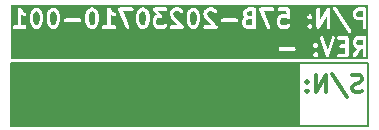
<source format=gbr>
%TF.GenerationSoftware,KiCad,Pcbnew,7.99.0-unknown-70ffd971e3~172~ubuntu22.04.1*%
%TF.CreationDate,2023-07-10T18:43:01-05:00*%
%TF.ProjectId,beepsensors,62656570-7365-46e7-936f-72732e6b6963,-*%
%TF.SameCoordinates,Original*%
%TF.FileFunction,Legend,Bot*%
%TF.FilePolarity,Positive*%
%FSLAX46Y46*%
G04 Gerber Fmt 4.6, Leading zero omitted, Abs format (unit mm)*
G04 Created by KiCad (PCBNEW 7.99.0-unknown-70ffd971e3~172~ubuntu22.04.1) date 2023-07-10 18:43:01*
%MOMM*%
%LPD*%
G01*
G04 APERTURE LIST*
%ADD10C,0.300000*%
%ADD11C,0.150000*%
G04 APERTURE END LIST*
D10*
X195666917Y-106854400D02*
X195452632Y-106925828D01*
X195452632Y-106925828D02*
X195095489Y-106925828D01*
X195095489Y-106925828D02*
X194952632Y-106854400D01*
X194952632Y-106854400D02*
X194881203Y-106782971D01*
X194881203Y-106782971D02*
X194809774Y-106640114D01*
X194809774Y-106640114D02*
X194809774Y-106497257D01*
X194809774Y-106497257D02*
X194881203Y-106354400D01*
X194881203Y-106354400D02*
X194952632Y-106282971D01*
X194952632Y-106282971D02*
X195095489Y-106211542D01*
X195095489Y-106211542D02*
X195381203Y-106140114D01*
X195381203Y-106140114D02*
X195524060Y-106068685D01*
X195524060Y-106068685D02*
X195595489Y-105997257D01*
X195595489Y-105997257D02*
X195666917Y-105854400D01*
X195666917Y-105854400D02*
X195666917Y-105711542D01*
X195666917Y-105711542D02*
X195595489Y-105568685D01*
X195595489Y-105568685D02*
X195524060Y-105497257D01*
X195524060Y-105497257D02*
X195381203Y-105425828D01*
X195381203Y-105425828D02*
X195024060Y-105425828D01*
X195024060Y-105425828D02*
X194809774Y-105497257D01*
X193095489Y-105354400D02*
X194381203Y-107282971D01*
X192595489Y-106925828D02*
X192595489Y-105425828D01*
X192595489Y-105425828D02*
X191738346Y-106925828D01*
X191738346Y-106925828D02*
X191738346Y-105425828D01*
X191024060Y-106782971D02*
X190952631Y-106854400D01*
X190952631Y-106854400D02*
X191024060Y-106925828D01*
X191024060Y-106925828D02*
X191095488Y-106854400D01*
X191095488Y-106854400D02*
X191024060Y-106782971D01*
X191024060Y-106782971D02*
X191024060Y-106925828D01*
X191024060Y-105997257D02*
X190952631Y-106068685D01*
X190952631Y-106068685D02*
X191024060Y-106140114D01*
X191024060Y-106140114D02*
X191095488Y-106068685D01*
X191095488Y-106068685D02*
X191024060Y-105997257D01*
X191024060Y-105997257D02*
X191024060Y-106140114D01*
D11*
X165930000Y-104470000D02*
X190348000Y-104470000D01*
X190348000Y-109710000D01*
X165930000Y-109710000D01*
X165930000Y-104470000D01*
G36*
X165930000Y-104470000D02*
G01*
X190348000Y-104470000D01*
X190348000Y-109710000D01*
X165930000Y-109710000D01*
X165930000Y-104470000D01*
G37*
X165930000Y-104470000D02*
X196150000Y-104470000D01*
X196150000Y-109780000D01*
X165930000Y-109780000D01*
X165930000Y-104470000D01*
D10*
G36*
X195735489Y-102946542D02*
G01*
X195349470Y-102946542D01*
X195260056Y-102901835D01*
X195223051Y-102864830D01*
X195178346Y-102775418D01*
X195178346Y-102631951D01*
X195223051Y-102542540D01*
X195260056Y-102505535D01*
X195349470Y-102460828D01*
X195735489Y-102460828D01*
X195735489Y-102946542D01*
G37*
G36*
X168225210Y-100090535D02*
G01*
X168262214Y-100127539D01*
X168315393Y-100233898D01*
X168378349Y-100485720D01*
X168378349Y-100805936D01*
X168315393Y-101057757D01*
X168262213Y-101164117D01*
X168225210Y-101201121D01*
X168135797Y-101245828D01*
X168063759Y-101245828D01*
X167974346Y-101201122D01*
X167937342Y-101164118D01*
X167884162Y-101057758D01*
X167821206Y-100805934D01*
X167821206Y-100485721D01*
X167884162Y-100233897D01*
X167937342Y-100127538D01*
X167974346Y-100090534D01*
X168063759Y-100045828D01*
X168135796Y-100045828D01*
X168225210Y-100090535D01*
G37*
G36*
X169653781Y-100090535D02*
G01*
X169690785Y-100127539D01*
X169743964Y-100233898D01*
X169806920Y-100485720D01*
X169806920Y-100805936D01*
X169743964Y-101057757D01*
X169690784Y-101164117D01*
X169653781Y-101201121D01*
X169564368Y-101245828D01*
X169492330Y-101245828D01*
X169402917Y-101201122D01*
X169365913Y-101164118D01*
X169312733Y-101057758D01*
X169249777Y-100805934D01*
X169249777Y-100485721D01*
X169312733Y-100233897D01*
X169365913Y-100127538D01*
X169402917Y-100090534D01*
X169492330Y-100045828D01*
X169564367Y-100045828D01*
X169653781Y-100090535D01*
G37*
G36*
X172939495Y-100090535D02*
G01*
X172976499Y-100127539D01*
X173029678Y-100233898D01*
X173092634Y-100485720D01*
X173092634Y-100805936D01*
X173029678Y-101057757D01*
X172976498Y-101164117D01*
X172939495Y-101201121D01*
X172850082Y-101245828D01*
X172778044Y-101245828D01*
X172688631Y-101201122D01*
X172651627Y-101164118D01*
X172598447Y-101057758D01*
X172535491Y-100805934D01*
X172535491Y-100485721D01*
X172598447Y-100233897D01*
X172651627Y-100127538D01*
X172688631Y-100090534D01*
X172778044Y-100045828D01*
X172850081Y-100045828D01*
X172939495Y-100090535D01*
G37*
G36*
X177225207Y-100090535D02*
G01*
X177262212Y-100127539D01*
X177315391Y-100233898D01*
X177378347Y-100485720D01*
X177378347Y-100805936D01*
X177315391Y-101057757D01*
X177262211Y-101164117D01*
X177225208Y-101201121D01*
X177135795Y-101245828D01*
X177063757Y-101245828D01*
X176974344Y-101201122D01*
X176937340Y-101164118D01*
X176884160Y-101057758D01*
X176821204Y-100805934D01*
X176821204Y-100485721D01*
X176884160Y-100233897D01*
X176937340Y-100127538D01*
X176974344Y-100090534D01*
X177063757Y-100045828D01*
X177135794Y-100045828D01*
X177225207Y-100090535D01*
G37*
G36*
X181510921Y-100090535D02*
G01*
X181547925Y-100127539D01*
X181601104Y-100233898D01*
X181664059Y-100485720D01*
X181664059Y-100805936D01*
X181601104Y-101057757D01*
X181547924Y-101164117D01*
X181510921Y-101201121D01*
X181421508Y-101245828D01*
X181349470Y-101245828D01*
X181260057Y-101201122D01*
X181223053Y-101164118D01*
X181169873Y-101057758D01*
X181106917Y-100805934D01*
X181106917Y-100485721D01*
X181169873Y-100233897D01*
X181223053Y-100127538D01*
X181260057Y-100090534D01*
X181349470Y-100045828D01*
X181421507Y-100045828D01*
X181510921Y-100090535D01*
G37*
G36*
X186378346Y-101245828D02*
G01*
X185992327Y-101245828D01*
X185902913Y-101201121D01*
X185865908Y-101164116D01*
X185821203Y-101074704D01*
X185821203Y-100931237D01*
X185865908Y-100841825D01*
X185895086Y-100812647D01*
X186052689Y-100760114D01*
X186378346Y-100760114D01*
X186378346Y-101245828D01*
G37*
G36*
X186378346Y-100460114D02*
G01*
X186063756Y-100460114D01*
X185974342Y-100415406D01*
X185937338Y-100378403D01*
X185892631Y-100288989D01*
X185892631Y-100216952D01*
X185937338Y-100127538D01*
X185974342Y-100090535D01*
X186063756Y-100045828D01*
X186378346Y-100045828D01*
X186378346Y-100460114D01*
G37*
G36*
X195735489Y-100531542D02*
G01*
X195349470Y-100531542D01*
X195260056Y-100486835D01*
X195223051Y-100449830D01*
X195178346Y-100360418D01*
X195178346Y-100216951D01*
X195223051Y-100127540D01*
X195260056Y-100090535D01*
X195349470Y-100045828D01*
X195735489Y-100045828D01*
X195735489Y-100531542D01*
G37*
G36*
X196202156Y-104127495D02*
G01*
X165925968Y-104127495D01*
X165925968Y-103778224D01*
X191526314Y-103778224D01*
X191537602Y-103797775D01*
X191565136Y-103845465D01*
X191565138Y-103845467D01*
X191636567Y-103916895D01*
X191647242Y-103923058D01*
X191653667Y-103926767D01*
X191667632Y-103940732D01*
X191686706Y-103945843D01*
X191703809Y-103955717D01*
X191703810Y-103955717D01*
X191723557Y-103955717D01*
X191742632Y-103960828D01*
X191761707Y-103955717D01*
X191781456Y-103955717D01*
X191798558Y-103945842D01*
X191817632Y-103940732D01*
X191831596Y-103926767D01*
X191838020Y-103923059D01*
X191848698Y-103916894D01*
X191920126Y-103845466D01*
X191947661Y-103797775D01*
X191958949Y-103778224D01*
X191958949Y-103700578D01*
X191958949Y-103700577D01*
X191920126Y-103633334D01*
X191848699Y-103561906D01*
X191848698Y-103561905D01*
X191831596Y-103552031D01*
X191817632Y-103538067D01*
X191798558Y-103532956D01*
X191781456Y-103523082D01*
X191781455Y-103523082D01*
X191761707Y-103523082D01*
X191742632Y-103517971D01*
X191723557Y-103523082D01*
X191703809Y-103523082D01*
X191686706Y-103532955D01*
X191667632Y-103538067D01*
X191653668Y-103552030D01*
X191636567Y-103561904D01*
X191636566Y-103561904D01*
X191636566Y-103561905D01*
X191565137Y-103633334D01*
X191526314Y-103700577D01*
X191526314Y-103700578D01*
X191526314Y-103778224D01*
X165925968Y-103778224D01*
X165925968Y-103239400D01*
X188592632Y-103239400D01*
X188612728Y-103314400D01*
X188667632Y-103369304D01*
X188742632Y-103389400D01*
X189885489Y-103389400D01*
X189960489Y-103369304D01*
X190015393Y-103314400D01*
X190035489Y-103239400D01*
X190015393Y-103164400D01*
X189960489Y-103109496D01*
X189885489Y-103089400D01*
X188742632Y-103089400D01*
X188667632Y-103109496D01*
X188612728Y-103164400D01*
X188592632Y-103239400D01*
X165925968Y-103239400D01*
X165925968Y-102992508D01*
X191526314Y-102992508D01*
X191565137Y-103059751D01*
X191636566Y-103131180D01*
X191636567Y-103131181D01*
X191653668Y-103141054D01*
X191667632Y-103155018D01*
X191686706Y-103160129D01*
X191703809Y-103170003D01*
X191703810Y-103170003D01*
X191723557Y-103170003D01*
X191742632Y-103175114D01*
X191761707Y-103170003D01*
X191781456Y-103170003D01*
X191798558Y-103160128D01*
X191817632Y-103155018D01*
X191831596Y-103141053D01*
X191848696Y-103131181D01*
X191848698Y-103131180D01*
X191848699Y-103131179D01*
X191920127Y-103059750D01*
X191942186Y-103021542D01*
X191958949Y-102992508D01*
X191958949Y-102914862D01*
X191958949Y-102914861D01*
X191936000Y-102875114D01*
X191920126Y-102847619D01*
X191848698Y-102776191D01*
X191831596Y-102766317D01*
X191817632Y-102752353D01*
X191798557Y-102747241D01*
X191796879Y-102746273D01*
X191781456Y-102737368D01*
X191781455Y-102737368D01*
X191761707Y-102737368D01*
X191742632Y-102732257D01*
X191723557Y-102737368D01*
X191703809Y-102737368D01*
X191686706Y-102747241D01*
X191667632Y-102752353D01*
X191653668Y-102766316D01*
X191636567Y-102776190D01*
X191565138Y-102847618D01*
X191565137Y-102847618D01*
X191565137Y-102847619D01*
X191549263Y-102875114D01*
X191526314Y-102914861D01*
X191526314Y-102914862D01*
X191526314Y-102992508D01*
X165925968Y-102992508D01*
X165925968Y-102280756D01*
X192095676Y-102280756D01*
X192100329Y-102358262D01*
X192600329Y-103858262D01*
X192616927Y-103883402D01*
X192630401Y-103910349D01*
X192638054Y-103915402D01*
X192643110Y-103923059D01*
X192670061Y-103936534D01*
X192695197Y-103953130D01*
X192704352Y-103953679D01*
X192712559Y-103957783D01*
X192742634Y-103955977D01*
X192772703Y-103957783D01*
X192780907Y-103953680D01*
X192790065Y-103953131D01*
X192815209Y-103936529D01*
X192842152Y-103923058D01*
X192847205Y-103915404D01*
X192854862Y-103910349D01*
X192868337Y-103883397D01*
X192884933Y-103858262D01*
X192900744Y-103810828D01*
X193521203Y-103810828D01*
X193541299Y-103885828D01*
X193596203Y-103940732D01*
X193671203Y-103960828D01*
X194385489Y-103960828D01*
X194460489Y-103940732D01*
X194515393Y-103885828D01*
X194535489Y-103810828D01*
X194535489Y-102810828D01*
X194878346Y-102810828D01*
X194887269Y-102844131D01*
X194894182Y-102877910D01*
X194965610Y-103020767D01*
X194981633Y-103038836D01*
X194993708Y-103059751D01*
X195065137Y-103131180D01*
X195086051Y-103143254D01*
X195104121Y-103159278D01*
X195246979Y-103230706D01*
X195250787Y-103231485D01*
X194905461Y-103724809D01*
X194878915Y-103797775D01*
X194892409Y-103874240D01*
X194942327Y-103933713D01*
X195015293Y-103960259D01*
X195091758Y-103946765D01*
X195151231Y-103896847D01*
X195606444Y-103246542D01*
X195735489Y-103246542D01*
X195735489Y-103810828D01*
X195755585Y-103885828D01*
X195810489Y-103940732D01*
X195885489Y-103960828D01*
X195960489Y-103940732D01*
X196015393Y-103885828D01*
X196035489Y-103810828D01*
X196035489Y-102310828D01*
X196015393Y-102235828D01*
X195960489Y-102180924D01*
X195885489Y-102160828D01*
X195314060Y-102160828D01*
X195280759Y-102169750D01*
X195246977Y-102176664D01*
X195104121Y-102248093D01*
X195086052Y-102264115D01*
X195065138Y-102276190D01*
X194993709Y-102347618D01*
X194981633Y-102368533D01*
X194965610Y-102386603D01*
X194894182Y-102529460D01*
X194887269Y-102563238D01*
X194878346Y-102596542D01*
X194878346Y-102810828D01*
X194535489Y-102810828D01*
X194535489Y-102310828D01*
X194515393Y-102235828D01*
X194460489Y-102180924D01*
X194385489Y-102160828D01*
X193671203Y-102160828D01*
X193596203Y-102180924D01*
X193541299Y-102235828D01*
X193521203Y-102310828D01*
X193541299Y-102385828D01*
X193596203Y-102440732D01*
X193671203Y-102460828D01*
X194235489Y-102460828D01*
X194235489Y-102875114D01*
X193885489Y-102875114D01*
X193810489Y-102895210D01*
X193755585Y-102950114D01*
X193735489Y-103025114D01*
X193755585Y-103100114D01*
X193810489Y-103155018D01*
X193885489Y-103175114D01*
X194235489Y-103175114D01*
X194235489Y-103660828D01*
X193671203Y-103660828D01*
X193596203Y-103680924D01*
X193541299Y-103735828D01*
X193521203Y-103810828D01*
X192900744Y-103810828D01*
X193384934Y-102358262D01*
X193389586Y-102280756D01*
X193354862Y-102211307D01*
X193290065Y-102168525D01*
X193212559Y-102163873D01*
X193143110Y-102198597D01*
X193100329Y-102263394D01*
X192742631Y-103336486D01*
X192384933Y-102263394D01*
X192342152Y-102198598D01*
X192272703Y-102163873D01*
X192195197Y-102168526D01*
X192130401Y-102211307D01*
X192095676Y-102280756D01*
X165925968Y-102280756D01*
X165925968Y-101395828D01*
X166092635Y-101395828D01*
X166112731Y-101470828D01*
X166167635Y-101525732D01*
X166242635Y-101545828D01*
X166671207Y-101545828D01*
X167099778Y-101545828D01*
X167174778Y-101525732D01*
X167229682Y-101470828D01*
X167249778Y-101395828D01*
X167229682Y-101320828D01*
X167174778Y-101265924D01*
X167099778Y-101245828D01*
X166821207Y-101245828D01*
X166821207Y-100824400D01*
X167521206Y-100824400D01*
X167525996Y-100842276D01*
X167525685Y-100860781D01*
X167597114Y-101146494D01*
X167605150Y-101160971D01*
X167608471Y-101177196D01*
X167679900Y-101320053D01*
X167695922Y-101338121D01*
X167707997Y-101359036D01*
X167779425Y-101430465D01*
X167800340Y-101442540D01*
X167818410Y-101458564D01*
X167961268Y-101529992D01*
X167995043Y-101536903D01*
X168028349Y-101545828D01*
X168171206Y-101545828D01*
X168204511Y-101536903D01*
X168238287Y-101529992D01*
X168381146Y-101458564D01*
X168399215Y-101442540D01*
X168420131Y-101430465D01*
X168491559Y-101359036D01*
X168503633Y-101338121D01*
X168519656Y-101320053D01*
X168591085Y-101177197D01*
X168594405Y-101160970D01*
X168602442Y-101146494D01*
X168673870Y-100860780D01*
X168673558Y-100842277D01*
X168678349Y-100824400D01*
X168949777Y-100824400D01*
X168954567Y-100842276D01*
X168954256Y-100860781D01*
X169025685Y-101146494D01*
X169033721Y-101160971D01*
X169037042Y-101177196D01*
X169108471Y-101320053D01*
X169124493Y-101338121D01*
X169136568Y-101359036D01*
X169207996Y-101430465D01*
X169228911Y-101442540D01*
X169246981Y-101458564D01*
X169389839Y-101529992D01*
X169423614Y-101536903D01*
X169456920Y-101545828D01*
X169599777Y-101545828D01*
X169633082Y-101536903D01*
X169666858Y-101529992D01*
X169809717Y-101458564D01*
X169827786Y-101442540D01*
X169848702Y-101430465D01*
X169920130Y-101359036D01*
X169932204Y-101338121D01*
X169948227Y-101320053D01*
X170019656Y-101177197D01*
X170022976Y-101160970D01*
X170031013Y-101146494D01*
X170102441Y-100860780D01*
X170102129Y-100842277D01*
X170106920Y-100824400D01*
X170449778Y-100824400D01*
X170469874Y-100899400D01*
X170524778Y-100954304D01*
X170599778Y-100974400D01*
X171742635Y-100974400D01*
X171817635Y-100954304D01*
X171872539Y-100899400D01*
X171892635Y-100824400D01*
X172235491Y-100824400D01*
X172240281Y-100842276D01*
X172239970Y-100860781D01*
X172311399Y-101146494D01*
X172319435Y-101160971D01*
X172322756Y-101177196D01*
X172394185Y-101320053D01*
X172410207Y-101338121D01*
X172422282Y-101359036D01*
X172493710Y-101430465D01*
X172514625Y-101442540D01*
X172532695Y-101458564D01*
X172675553Y-101529992D01*
X172709328Y-101536903D01*
X172742634Y-101545828D01*
X172885491Y-101545828D01*
X172918796Y-101536903D01*
X172952572Y-101529992D01*
X173095431Y-101458564D01*
X173113500Y-101442540D01*
X173134416Y-101430465D01*
X173169053Y-101395828D01*
X173664062Y-101395828D01*
X173684158Y-101470828D01*
X173739062Y-101525732D01*
X173814062Y-101545828D01*
X174242634Y-101545828D01*
X174671205Y-101545828D01*
X174746205Y-101525732D01*
X174801109Y-101470828D01*
X174821205Y-101395828D01*
X174801109Y-101320828D01*
X174746205Y-101265924D01*
X174671205Y-101245828D01*
X174392634Y-101245828D01*
X174392634Y-100329388D01*
X174422282Y-100359037D01*
X174443197Y-100371112D01*
X174461266Y-100387135D01*
X174604122Y-100458564D01*
X174680192Y-100474131D01*
X174753853Y-100449577D01*
X174805369Y-100391482D01*
X174820936Y-100315413D01*
X174796382Y-100241752D01*
X174738287Y-100190236D01*
X174617202Y-100129693D01*
X174502061Y-100014552D01*
X174422912Y-99895828D01*
X175021205Y-99895828D01*
X175029023Y-99925008D01*
X175033333Y-99954916D01*
X175676190Y-101454916D01*
X175724205Y-101515935D01*
X175796298Y-101544772D01*
X175873150Y-101533699D01*
X175934169Y-101485684D01*
X175963006Y-101413592D01*
X175951934Y-101336740D01*
X175732360Y-100824400D01*
X176521204Y-100824400D01*
X176525994Y-100842276D01*
X176525683Y-100860781D01*
X176597112Y-101146494D01*
X176605148Y-101160971D01*
X176608469Y-101177196D01*
X176679898Y-101320053D01*
X176695920Y-101338121D01*
X176707995Y-101359036D01*
X176779423Y-101430465D01*
X176800338Y-101442540D01*
X176818408Y-101458564D01*
X176961266Y-101529992D01*
X176995041Y-101536903D01*
X177028347Y-101545828D01*
X177171204Y-101545828D01*
X177204509Y-101536903D01*
X177238285Y-101529992D01*
X177381144Y-101458564D01*
X177399213Y-101442540D01*
X177420129Y-101430465D01*
X177491557Y-101359036D01*
X177503631Y-101338121D01*
X177519654Y-101320053D01*
X177591083Y-101177197D01*
X177594403Y-101160970D01*
X177602440Y-101146494D01*
X177611535Y-101110114D01*
X177949775Y-101110114D01*
X177958698Y-101143415D01*
X177965611Y-101177196D01*
X178037040Y-101320053D01*
X178053062Y-101338121D01*
X178065138Y-101359037D01*
X178136567Y-101430466D01*
X178157481Y-101442540D01*
X178175551Y-101458564D01*
X178318409Y-101529992D01*
X178352184Y-101536903D01*
X178385490Y-101545828D01*
X178814061Y-101545828D01*
X178847364Y-101536904D01*
X178881143Y-101529992D01*
X179024000Y-101458564D01*
X179042069Y-101442540D01*
X179062984Y-101430466D01*
X179097622Y-101395828D01*
X179378346Y-101395828D01*
X179398442Y-101470828D01*
X179453346Y-101525732D01*
X179528346Y-101545828D01*
X180456918Y-101545828D01*
X180475993Y-101540717D01*
X180495741Y-101540717D01*
X180512843Y-101530843D01*
X180531918Y-101525732D01*
X180545882Y-101511767D01*
X180562984Y-101501894D01*
X180572857Y-101484792D01*
X180586822Y-101470828D01*
X180591933Y-101451753D01*
X180601807Y-101434651D01*
X180601807Y-101414902D01*
X180606918Y-101395828D01*
X180601807Y-101376753D01*
X180601807Y-101357005D01*
X180591933Y-101339902D01*
X180586822Y-101320828D01*
X180572857Y-101306863D01*
X180562984Y-101289762D01*
X180097622Y-100824400D01*
X180806917Y-100824400D01*
X180811707Y-100842276D01*
X180811396Y-100860781D01*
X180882825Y-101146494D01*
X180890861Y-101160971D01*
X180894182Y-101177196D01*
X180965611Y-101320053D01*
X180981633Y-101338121D01*
X180993708Y-101359036D01*
X181065136Y-101430465D01*
X181086051Y-101442540D01*
X181104121Y-101458564D01*
X181246979Y-101529992D01*
X181280754Y-101536903D01*
X181314060Y-101545828D01*
X181456917Y-101545828D01*
X181490222Y-101536903D01*
X181523998Y-101529992D01*
X181666857Y-101458564D01*
X181684926Y-101442540D01*
X181705842Y-101430465D01*
X181740479Y-101395828D01*
X182235488Y-101395828D01*
X182255584Y-101470828D01*
X182310488Y-101525732D01*
X182385488Y-101545828D01*
X183314060Y-101545828D01*
X183333135Y-101540717D01*
X183352883Y-101540717D01*
X183369985Y-101530843D01*
X183389060Y-101525732D01*
X183403024Y-101511767D01*
X183420126Y-101501894D01*
X183429999Y-101484792D01*
X183443964Y-101470828D01*
X183449075Y-101451753D01*
X183458949Y-101434651D01*
X183458949Y-101414902D01*
X183464060Y-101395828D01*
X183458949Y-101376753D01*
X183458949Y-101357005D01*
X183449075Y-101339902D01*
X183443964Y-101320828D01*
X183429999Y-101306863D01*
X183420126Y-101289762D01*
X183240478Y-101110114D01*
X185521203Y-101110114D01*
X185530126Y-101143417D01*
X185537039Y-101177196D01*
X185608467Y-101320053D01*
X185624490Y-101338122D01*
X185636565Y-101359037D01*
X185707994Y-101430466D01*
X185728908Y-101442540D01*
X185746978Y-101458564D01*
X185889836Y-101529992D01*
X185923611Y-101536903D01*
X185956917Y-101545828D01*
X186528346Y-101545828D01*
X186603346Y-101525732D01*
X186658250Y-101470828D01*
X186678346Y-101395828D01*
X186678346Y-99895828D01*
X186949774Y-99895828D01*
X186957592Y-99925008D01*
X186961902Y-99954916D01*
X187604759Y-101454916D01*
X187652774Y-101515935D01*
X187724867Y-101544772D01*
X187801719Y-101533699D01*
X187862738Y-101485684D01*
X187891575Y-101413592D01*
X187880503Y-101336740D01*
X187783378Y-101110114D01*
X188449773Y-101110114D01*
X188458696Y-101143415D01*
X188465609Y-101177196D01*
X188537038Y-101320053D01*
X188553060Y-101338121D01*
X188565136Y-101359037D01*
X188636565Y-101430466D01*
X188657479Y-101442540D01*
X188675549Y-101458564D01*
X188818407Y-101529992D01*
X188852182Y-101536903D01*
X188885488Y-101545828D01*
X189242631Y-101545828D01*
X189275934Y-101536904D01*
X189309713Y-101529992D01*
X189452570Y-101458564D01*
X189470639Y-101442540D01*
X189491555Y-101430465D01*
X189558795Y-101363224D01*
X191026313Y-101363224D01*
X191045138Y-101395828D01*
X191065135Y-101430465D01*
X191065137Y-101430467D01*
X191136566Y-101501895D01*
X191153667Y-101511768D01*
X191167631Y-101525732D01*
X191186705Y-101530843D01*
X191203808Y-101540717D01*
X191203809Y-101540717D01*
X191223556Y-101540717D01*
X191242631Y-101545828D01*
X191261706Y-101540717D01*
X191281455Y-101540717D01*
X191298557Y-101530842D01*
X191317631Y-101525732D01*
X191331595Y-101511767D01*
X191348695Y-101501895D01*
X191348697Y-101501894D01*
X191420125Y-101430466D01*
X191440123Y-101395828D01*
X191806917Y-101395828D01*
X191807006Y-101396160D01*
X191806918Y-101396496D01*
X191817072Y-101433727D01*
X191827013Y-101470828D01*
X191827256Y-101471071D01*
X191827348Y-101471406D01*
X191854696Y-101498511D01*
X191881917Y-101525732D01*
X191882251Y-101525821D01*
X191882496Y-101526064D01*
X191919711Y-101535858D01*
X191956917Y-101545828D01*
X191957249Y-101545738D01*
X191957585Y-101545827D01*
X191994816Y-101535672D01*
X192031917Y-101525732D01*
X192032160Y-101525488D01*
X192032495Y-101525397D01*
X192059600Y-101498048D01*
X192086821Y-101470828D01*
X192086910Y-101470493D01*
X192087153Y-101470249D01*
X192664060Y-100460663D01*
X192664060Y-101395828D01*
X192684156Y-101470828D01*
X192739060Y-101525732D01*
X192814060Y-101545828D01*
X192889060Y-101525732D01*
X192943964Y-101470828D01*
X192964060Y-101395828D01*
X192964060Y-99895828D01*
X192963970Y-99895495D01*
X192964059Y-99895160D01*
X192953904Y-99857928D01*
X192947508Y-99834054D01*
X193164371Y-99834054D01*
X193189252Y-99907605D01*
X194474967Y-101836176D01*
X194533290Y-101887433D01*
X194609428Y-101902660D01*
X194682979Y-101877779D01*
X194734236Y-101819455D01*
X194749463Y-101743317D01*
X194724582Y-101669766D01*
X193875290Y-100395828D01*
X194878346Y-100395828D01*
X194887269Y-100429131D01*
X194894182Y-100462910D01*
X194965610Y-100605767D01*
X194981633Y-100623836D01*
X194993708Y-100644751D01*
X195065137Y-100716180D01*
X195086051Y-100728254D01*
X195104121Y-100744278D01*
X195246979Y-100815706D01*
X195280754Y-100822617D01*
X195314060Y-100831542D01*
X195735489Y-100831542D01*
X195735489Y-101395828D01*
X195755585Y-101470828D01*
X195810489Y-101525732D01*
X195885489Y-101545828D01*
X195960489Y-101525732D01*
X196015393Y-101470828D01*
X196035489Y-101395828D01*
X196035489Y-99895828D01*
X196015393Y-99820828D01*
X195960489Y-99765924D01*
X195885489Y-99745828D01*
X195314060Y-99745828D01*
X195280759Y-99754750D01*
X195246977Y-99761664D01*
X195104121Y-99833093D01*
X195086052Y-99849115D01*
X195065138Y-99861190D01*
X194993709Y-99932618D01*
X194981633Y-99953533D01*
X194965610Y-99971603D01*
X194894182Y-100114460D01*
X194887269Y-100148238D01*
X194878346Y-100181542D01*
X194878346Y-100395828D01*
X193875290Y-100395828D01*
X193438868Y-99741195D01*
X193380544Y-99689938D01*
X193304406Y-99674711D01*
X193230855Y-99699592D01*
X193179598Y-99757916D01*
X193164371Y-99834054D01*
X192947508Y-99834054D01*
X192943964Y-99820828D01*
X192943720Y-99820584D01*
X192943629Y-99820250D01*
X192916224Y-99793088D01*
X192889060Y-99765924D01*
X192888726Y-99765834D01*
X192888481Y-99765591D01*
X192851159Y-99755768D01*
X192814060Y-99745828D01*
X192813727Y-99745917D01*
X192813392Y-99745829D01*
X192776160Y-99755983D01*
X192739060Y-99765924D01*
X192738816Y-99766167D01*
X192738482Y-99766259D01*
X192711376Y-99793607D01*
X192684156Y-99820828D01*
X192684066Y-99821162D01*
X192683824Y-99821407D01*
X192106917Y-100830994D01*
X192106917Y-99895828D01*
X192086821Y-99820828D01*
X192031917Y-99765924D01*
X191956917Y-99745828D01*
X191881917Y-99765924D01*
X191827013Y-99820828D01*
X191806917Y-99895828D01*
X191806917Y-101395828D01*
X191440123Y-101395828D01*
X191458948Y-101363224D01*
X191458948Y-101285578D01*
X191458948Y-101285577D01*
X191420125Y-101218334D01*
X191348698Y-101146906D01*
X191348697Y-101146905D01*
X191331595Y-101137031D01*
X191317631Y-101123067D01*
X191298556Y-101117955D01*
X191284974Y-101110114D01*
X191281455Y-101108082D01*
X191281454Y-101108082D01*
X191261706Y-101108082D01*
X191242631Y-101102971D01*
X191223556Y-101108082D01*
X191203808Y-101108082D01*
X191186705Y-101117955D01*
X191167631Y-101123067D01*
X191153667Y-101137030D01*
X191136566Y-101146904D01*
X191136565Y-101146904D01*
X191136565Y-101146905D01*
X191065136Y-101218334D01*
X191026313Y-101285577D01*
X191026313Y-101285578D01*
X191026313Y-101363224D01*
X189558795Y-101363224D01*
X189562983Y-101359036D01*
X189601805Y-101291793D01*
X189601805Y-101214147D01*
X189562981Y-101146904D01*
X189495738Y-101108082D01*
X189418092Y-101108082D01*
X189350849Y-101146906D01*
X189296632Y-101201122D01*
X189207221Y-101245828D01*
X188920898Y-101245828D01*
X188831484Y-101201121D01*
X188794480Y-101164117D01*
X188749773Y-101074703D01*
X188749773Y-100788381D01*
X188794480Y-100698967D01*
X188831484Y-100661963D01*
X188920898Y-100617257D01*
X189207221Y-100617257D01*
X189296632Y-100661962D01*
X189350849Y-100716179D01*
X189374276Y-100729705D01*
X189395214Y-100746836D01*
X189407398Y-100748828D01*
X189418092Y-100755003D01*
X189445147Y-100755003D01*
X189471841Y-100759369D01*
X189483389Y-100755003D01*
X189495738Y-100755003D01*
X189519167Y-100741476D01*
X189544470Y-100731910D01*
X189552288Y-100722354D01*
X189562981Y-100716181D01*
X189576508Y-100692751D01*
X189593638Y-100671815D01*
X189595630Y-100659631D01*
X189601805Y-100648938D01*
X189601805Y-100621885D01*
X189606172Y-100595188D01*
X189604404Y-100577508D01*
X191026313Y-100577508D01*
X191043076Y-100606542D01*
X191063962Y-100642719D01*
X191065136Y-100644751D01*
X191136565Y-100716180D01*
X191136566Y-100716181D01*
X191153667Y-100726054D01*
X191167631Y-100740018D01*
X191186705Y-100745129D01*
X191203808Y-100755003D01*
X191203809Y-100755003D01*
X191223556Y-100755003D01*
X191242631Y-100760114D01*
X191261706Y-100755003D01*
X191281455Y-100755003D01*
X191298557Y-100745128D01*
X191317631Y-100740018D01*
X191331595Y-100726053D01*
X191341850Y-100720133D01*
X191348697Y-100716180D01*
X191348698Y-100716179D01*
X191420126Y-100644750D01*
X191442185Y-100606542D01*
X191458948Y-100577508D01*
X191458948Y-100499862D01*
X191458948Y-100499861D01*
X191423323Y-100438158D01*
X191420125Y-100432619D01*
X191348697Y-100361191D01*
X191331595Y-100351317D01*
X191317631Y-100337353D01*
X191298557Y-100332242D01*
X191281455Y-100322368D01*
X191281454Y-100322368D01*
X191261706Y-100322368D01*
X191242631Y-100317257D01*
X191223556Y-100322368D01*
X191203808Y-100322368D01*
X191186705Y-100332241D01*
X191167631Y-100337353D01*
X191153667Y-100351316D01*
X191136566Y-100361190D01*
X191065137Y-100432618D01*
X191065136Y-100432618D01*
X191065136Y-100432619D01*
X191061938Y-100438158D01*
X191026313Y-100499861D01*
X191026313Y-100499862D01*
X191026313Y-100577508D01*
X189604404Y-100577508D01*
X189534744Y-99880903D01*
X189523568Y-99851344D01*
X189515392Y-99820828D01*
X189509988Y-99815424D01*
X189507285Y-99808274D01*
X189482827Y-99788263D01*
X189460488Y-99765924D01*
X189453105Y-99763945D01*
X189447190Y-99759106D01*
X189416005Y-99754005D01*
X189385488Y-99745828D01*
X188671202Y-99745828D01*
X188596202Y-99765924D01*
X188541298Y-99820828D01*
X188521202Y-99895828D01*
X188541298Y-99970828D01*
X188596202Y-100025732D01*
X188671202Y-100045828D01*
X189249739Y-100045828D01*
X189277812Y-100326564D01*
X189275934Y-100326180D01*
X189242631Y-100317257D01*
X188885488Y-100317257D01*
X188852182Y-100326181D01*
X188818407Y-100333093D01*
X188675549Y-100404521D01*
X188657479Y-100420544D01*
X188636565Y-100432619D01*
X188565136Y-100504048D01*
X188553060Y-100524963D01*
X188537038Y-100543032D01*
X188465609Y-100685889D01*
X188458696Y-100719669D01*
X188449773Y-100752971D01*
X188449773Y-101110114D01*
X187783378Y-101110114D01*
X187327255Y-100045828D01*
X188099774Y-100045828D01*
X188174774Y-100025732D01*
X188229678Y-99970828D01*
X188249774Y-99895828D01*
X188229678Y-99820828D01*
X188174774Y-99765924D01*
X188099774Y-99745828D01*
X187099774Y-99745828D01*
X187070593Y-99753646D01*
X187040686Y-99757956D01*
X187033547Y-99763573D01*
X187024774Y-99765924D01*
X187003412Y-99787285D01*
X186979666Y-99805971D01*
X186976292Y-99814405D01*
X186969870Y-99820828D01*
X186962051Y-99850008D01*
X186950829Y-99878064D01*
X186952124Y-99887055D01*
X186949774Y-99895828D01*
X186678346Y-99895828D01*
X186658250Y-99820828D01*
X186603346Y-99765924D01*
X186528346Y-99745828D01*
X186028346Y-99745828D01*
X185995045Y-99754750D01*
X185961263Y-99761664D01*
X185818407Y-99833093D01*
X185800338Y-99849115D01*
X185779424Y-99861190D01*
X185707995Y-99932618D01*
X185695918Y-99953534D01*
X185679896Y-99971603D01*
X185608467Y-100114460D01*
X185601554Y-100148240D01*
X185592631Y-100181542D01*
X185592631Y-100324400D01*
X185601554Y-100357701D01*
X185608467Y-100391482D01*
X185679896Y-100534339D01*
X185695918Y-100552407D01*
X185707995Y-100573324D01*
X185709358Y-100574687D01*
X185707994Y-100575476D01*
X185636565Y-100646905D01*
X185624490Y-100667819D01*
X185608467Y-100685889D01*
X185537039Y-100828746D01*
X185530126Y-100862524D01*
X185521203Y-100895828D01*
X185521203Y-101110114D01*
X183240478Y-101110114D01*
X182954764Y-100824400D01*
X183735489Y-100824400D01*
X183755585Y-100899400D01*
X183810489Y-100954304D01*
X183885489Y-100974400D01*
X185028346Y-100974400D01*
X185103346Y-100954304D01*
X185158250Y-100899400D01*
X185178346Y-100824400D01*
X185158250Y-100749400D01*
X185103346Y-100694496D01*
X185028346Y-100674400D01*
X183885489Y-100674400D01*
X183810489Y-100694496D01*
X183755585Y-100749400D01*
X183735489Y-100824400D01*
X182954764Y-100824400D01*
X182588021Y-100457657D01*
X182535488Y-100300058D01*
X182535488Y-100216952D01*
X182580195Y-100127538D01*
X182617199Y-100090535D01*
X182706613Y-100045828D01*
X182992936Y-100045828D01*
X183082349Y-100090535D01*
X183136565Y-100144751D01*
X183203808Y-100183574D01*
X183281454Y-100183574D01*
X183348697Y-100144751D01*
X183387520Y-100077508D01*
X183387520Y-99999862D01*
X183348697Y-99932619D01*
X183277269Y-99861191D01*
X183256353Y-99849115D01*
X183238285Y-99833093D01*
X183095428Y-99761664D01*
X183061647Y-99754751D01*
X183028346Y-99745828D01*
X182671203Y-99745828D01*
X182637902Y-99754750D01*
X182604120Y-99761664D01*
X182461264Y-99833093D01*
X182443195Y-99849115D01*
X182422281Y-99861190D01*
X182350852Y-99932618D01*
X182338775Y-99953534D01*
X182322753Y-99971603D01*
X182251324Y-100114460D01*
X182244411Y-100148240D01*
X182235488Y-100181542D01*
X182235488Y-100324400D01*
X182241738Y-100347728D01*
X182243186Y-100371835D01*
X182314615Y-100586119D01*
X182333606Y-100614882D01*
X182350851Y-100644751D01*
X182951928Y-101245828D01*
X182385488Y-101245828D01*
X182310488Y-101265924D01*
X182255584Y-101320828D01*
X182235488Y-101395828D01*
X181740479Y-101395828D01*
X181777270Y-101359036D01*
X181789344Y-101338121D01*
X181805367Y-101320053D01*
X181876796Y-101177197D01*
X181880116Y-101160970D01*
X181888153Y-101146494D01*
X181959581Y-100860780D01*
X181959269Y-100842277D01*
X181964060Y-100824400D01*
X181964060Y-100467257D01*
X181959269Y-100449379D01*
X181959581Y-100430877D01*
X181888153Y-100145162D01*
X181880116Y-100130685D01*
X181876796Y-100114459D01*
X181805367Y-99971603D01*
X181789344Y-99953534D01*
X181777269Y-99932619D01*
X181705841Y-99861191D01*
X181684926Y-99849116D01*
X181666857Y-99833093D01*
X181523999Y-99761664D01*
X181490218Y-99754751D01*
X181456917Y-99745828D01*
X181314060Y-99745828D01*
X181280759Y-99754750D01*
X181246977Y-99761664D01*
X181104121Y-99833093D01*
X181086052Y-99849115D01*
X181065137Y-99861191D01*
X180993709Y-99932619D01*
X180981633Y-99953534D01*
X180965611Y-99971603D01*
X180894182Y-100114460D01*
X180890861Y-100130684D01*
X180882825Y-100145162D01*
X180811396Y-100430877D01*
X180811707Y-100449380D01*
X180806917Y-100467257D01*
X180806917Y-100824400D01*
X180097622Y-100824400D01*
X179730879Y-100457657D01*
X179678346Y-100300058D01*
X179678346Y-100216952D01*
X179723053Y-100127538D01*
X179760057Y-100090535D01*
X179849471Y-100045828D01*
X180135794Y-100045828D01*
X180225207Y-100090535D01*
X180279423Y-100144751D01*
X180346666Y-100183574D01*
X180424312Y-100183574D01*
X180491555Y-100144751D01*
X180530378Y-100077508D01*
X180530378Y-99999862D01*
X180491555Y-99932619D01*
X180420127Y-99861191D01*
X180399211Y-99849115D01*
X180381143Y-99833093D01*
X180238286Y-99761664D01*
X180204505Y-99754751D01*
X180171204Y-99745828D01*
X179814061Y-99745828D01*
X179780760Y-99754750D01*
X179746978Y-99761664D01*
X179604122Y-99833093D01*
X179586053Y-99849115D01*
X179565139Y-99861190D01*
X179493710Y-99932618D01*
X179481633Y-99953534D01*
X179465611Y-99971603D01*
X179394182Y-100114460D01*
X179387269Y-100148240D01*
X179378346Y-100181542D01*
X179378346Y-100324400D01*
X179384596Y-100347728D01*
X179386044Y-100371835D01*
X179457473Y-100586119D01*
X179476464Y-100614882D01*
X179493709Y-100644751D01*
X180094786Y-101245828D01*
X179528346Y-101245828D01*
X179453346Y-101265924D01*
X179398442Y-101320828D01*
X179378346Y-101395828D01*
X179097622Y-101395828D01*
X179134413Y-101359037D01*
X179173236Y-101291794D01*
X179173236Y-101214148D01*
X179134413Y-101146905D01*
X179067170Y-101108082D01*
X178989524Y-101108082D01*
X178922281Y-101146905D01*
X178868063Y-101201122D01*
X178778651Y-101245828D01*
X178420900Y-101245828D01*
X178331486Y-101201121D01*
X178294482Y-101164117D01*
X178249775Y-101074703D01*
X178249775Y-100788381D01*
X178294482Y-100698967D01*
X178331486Y-100661963D01*
X178420900Y-100617257D01*
X178599775Y-100617257D01*
X178614089Y-100613421D01*
X178628874Y-100614407D01*
X178650976Y-100603537D01*
X178674775Y-100597161D01*
X178685255Y-100586680D01*
X178698550Y-100580143D01*
X178712256Y-100559679D01*
X178729679Y-100542257D01*
X178733514Y-100527942D01*
X178741760Y-100515632D01*
X178743398Y-100491054D01*
X178749775Y-100467257D01*
X178745939Y-100452942D01*
X178746925Y-100438158D01*
X178736055Y-100416054D01*
X178729679Y-100392257D01*
X178719199Y-100381777D01*
X178712661Y-100368481D01*
X178430340Y-100045828D01*
X179028347Y-100045828D01*
X179103347Y-100025732D01*
X179158251Y-99970828D01*
X179178347Y-99895828D01*
X179158251Y-99820828D01*
X179103347Y-99765924D01*
X179028347Y-99745828D01*
X178099775Y-99745828D01*
X178085463Y-99749662D01*
X178070676Y-99748677D01*
X178048567Y-99759548D01*
X178024775Y-99765924D01*
X178014297Y-99776401D01*
X178000999Y-99782941D01*
X177987288Y-99803410D01*
X177969871Y-99820828D01*
X177966036Y-99835140D01*
X177957789Y-99847453D01*
X177956150Y-99872035D01*
X177949775Y-99895828D01*
X177953609Y-99910139D01*
X177952624Y-99924927D01*
X177963495Y-99947035D01*
X177969871Y-99970828D01*
X177980348Y-99981305D01*
X177986888Y-99994604D01*
X178293822Y-100345386D01*
X178175551Y-100404521D01*
X178157481Y-100420544D01*
X178136567Y-100432619D01*
X178065138Y-100504048D01*
X178053062Y-100524963D01*
X178037040Y-100543032D01*
X177965611Y-100685889D01*
X177958698Y-100719669D01*
X177949775Y-100752971D01*
X177949775Y-101110114D01*
X177611535Y-101110114D01*
X177673868Y-100860780D01*
X177673556Y-100842277D01*
X177678347Y-100824400D01*
X177678347Y-100467257D01*
X177673556Y-100449379D01*
X177673868Y-100430877D01*
X177602440Y-100145162D01*
X177594403Y-100130685D01*
X177591083Y-100114459D01*
X177519654Y-99971603D01*
X177503631Y-99953534D01*
X177491556Y-99932619D01*
X177420128Y-99861191D01*
X177399213Y-99849116D01*
X177381144Y-99833093D01*
X177238286Y-99761664D01*
X177204505Y-99754751D01*
X177171204Y-99745828D01*
X177028347Y-99745828D01*
X176995046Y-99754750D01*
X176961264Y-99761664D01*
X176818408Y-99833093D01*
X176800339Y-99849115D01*
X176779424Y-99861191D01*
X176707996Y-99932619D01*
X176695920Y-99953534D01*
X176679898Y-99971603D01*
X176608469Y-100114460D01*
X176605148Y-100130684D01*
X176597112Y-100145162D01*
X176525683Y-100430877D01*
X176525994Y-100449380D01*
X176521204Y-100467257D01*
X176521204Y-100824400D01*
X175732360Y-100824400D01*
X175398686Y-100045828D01*
X176171205Y-100045828D01*
X176246205Y-100025732D01*
X176301109Y-99970828D01*
X176321205Y-99895828D01*
X176301109Y-99820828D01*
X176246205Y-99765924D01*
X176171205Y-99745828D01*
X175171205Y-99745828D01*
X175142024Y-99753646D01*
X175112117Y-99757956D01*
X175104978Y-99763573D01*
X175096205Y-99765924D01*
X175074843Y-99787285D01*
X175051097Y-99805971D01*
X175047723Y-99814405D01*
X175041301Y-99820828D01*
X175033482Y-99850008D01*
X175022260Y-99878064D01*
X175023555Y-99887055D01*
X175021205Y-99895828D01*
X174422912Y-99895828D01*
X174367442Y-99812623D01*
X174341787Y-99790077D01*
X174317634Y-99765924D01*
X174312842Y-99764640D01*
X174309118Y-99761367D01*
X174275630Y-99754669D01*
X174242634Y-99745828D01*
X174237843Y-99747111D01*
X174232980Y-99746139D01*
X174200624Y-99757084D01*
X174167634Y-99765924D01*
X174164127Y-99769430D01*
X174159429Y-99771020D01*
X174136883Y-99796674D01*
X174112730Y-99820828D01*
X174111446Y-99825619D01*
X174108173Y-99829344D01*
X174101475Y-99862831D01*
X174092634Y-99895828D01*
X174092634Y-101245828D01*
X173814062Y-101245828D01*
X173739062Y-101265924D01*
X173684158Y-101320828D01*
X173664062Y-101395828D01*
X173169053Y-101395828D01*
X173205844Y-101359036D01*
X173217918Y-101338121D01*
X173233941Y-101320053D01*
X173305370Y-101177197D01*
X173308690Y-101160970D01*
X173316727Y-101146494D01*
X173388155Y-100860780D01*
X173387843Y-100842277D01*
X173392634Y-100824400D01*
X173392634Y-100467257D01*
X173387843Y-100449379D01*
X173388155Y-100430877D01*
X173316727Y-100145162D01*
X173308690Y-100130685D01*
X173305370Y-100114459D01*
X173233941Y-99971603D01*
X173217918Y-99953534D01*
X173205843Y-99932619D01*
X173134415Y-99861191D01*
X173113500Y-99849116D01*
X173095431Y-99833093D01*
X172952573Y-99761664D01*
X172918792Y-99754751D01*
X172885491Y-99745828D01*
X172742634Y-99745828D01*
X172709333Y-99754750D01*
X172675551Y-99761664D01*
X172532695Y-99833093D01*
X172514626Y-99849115D01*
X172493711Y-99861191D01*
X172422283Y-99932619D01*
X172410207Y-99953534D01*
X172394185Y-99971603D01*
X172322756Y-100114460D01*
X172319435Y-100130684D01*
X172311399Y-100145162D01*
X172239970Y-100430877D01*
X172240281Y-100449380D01*
X172235491Y-100467257D01*
X172235491Y-100824400D01*
X171892635Y-100824400D01*
X171872539Y-100749400D01*
X171817635Y-100694496D01*
X171742635Y-100674400D01*
X170599778Y-100674400D01*
X170524778Y-100694496D01*
X170469874Y-100749400D01*
X170449778Y-100824400D01*
X170106920Y-100824400D01*
X170106920Y-100467257D01*
X170102129Y-100449379D01*
X170102441Y-100430877D01*
X170031013Y-100145162D01*
X170022976Y-100130685D01*
X170019656Y-100114459D01*
X169948227Y-99971603D01*
X169932204Y-99953534D01*
X169920129Y-99932619D01*
X169848701Y-99861191D01*
X169827786Y-99849116D01*
X169809717Y-99833093D01*
X169666859Y-99761664D01*
X169633078Y-99754751D01*
X169599777Y-99745828D01*
X169456920Y-99745828D01*
X169423619Y-99754750D01*
X169389837Y-99761664D01*
X169246981Y-99833093D01*
X169228912Y-99849115D01*
X169207997Y-99861191D01*
X169136569Y-99932619D01*
X169124493Y-99953534D01*
X169108471Y-99971603D01*
X169037042Y-100114460D01*
X169033721Y-100130684D01*
X169025685Y-100145162D01*
X168954256Y-100430877D01*
X168954567Y-100449380D01*
X168949777Y-100467257D01*
X168949777Y-100824400D01*
X168678349Y-100824400D01*
X168678349Y-100467257D01*
X168673558Y-100449379D01*
X168673870Y-100430877D01*
X168602442Y-100145162D01*
X168594405Y-100130685D01*
X168591085Y-100114459D01*
X168519656Y-99971603D01*
X168503633Y-99953534D01*
X168491558Y-99932619D01*
X168420130Y-99861191D01*
X168399215Y-99849116D01*
X168381146Y-99833093D01*
X168238288Y-99761664D01*
X168204507Y-99754751D01*
X168171206Y-99745828D01*
X168028349Y-99745828D01*
X167995048Y-99754750D01*
X167961266Y-99761664D01*
X167818410Y-99833093D01*
X167800341Y-99849115D01*
X167779426Y-99861191D01*
X167707998Y-99932619D01*
X167695922Y-99953534D01*
X167679900Y-99971603D01*
X167608471Y-100114460D01*
X167605150Y-100130684D01*
X167597114Y-100145162D01*
X167525685Y-100430877D01*
X167525996Y-100449380D01*
X167521206Y-100467257D01*
X167521206Y-100824400D01*
X166821207Y-100824400D01*
X166821207Y-100329388D01*
X166850855Y-100359037D01*
X166871770Y-100371112D01*
X166889839Y-100387135D01*
X167032695Y-100458564D01*
X167108765Y-100474131D01*
X167182426Y-100449577D01*
X167233942Y-100391482D01*
X167249509Y-100315413D01*
X167224955Y-100241752D01*
X167166860Y-100190236D01*
X167045775Y-100129693D01*
X166930634Y-100014552D01*
X166796015Y-99812623D01*
X166770360Y-99790077D01*
X166746207Y-99765924D01*
X166741415Y-99764640D01*
X166737691Y-99761367D01*
X166704203Y-99754669D01*
X166671207Y-99745828D01*
X166666416Y-99747111D01*
X166661553Y-99746139D01*
X166629197Y-99757084D01*
X166596207Y-99765924D01*
X166592700Y-99769430D01*
X166588002Y-99771020D01*
X166565456Y-99796674D01*
X166541303Y-99820828D01*
X166540019Y-99825619D01*
X166536746Y-99829344D01*
X166530048Y-99862831D01*
X166521207Y-99895828D01*
X166521207Y-101245828D01*
X166242635Y-101245828D01*
X166167635Y-101265924D01*
X166112731Y-101320828D01*
X166092635Y-101395828D01*
X165925968Y-101395828D01*
X165925968Y-99508044D01*
X196202156Y-99508044D01*
X196202156Y-104127495D01*
G37*
M02*

</source>
